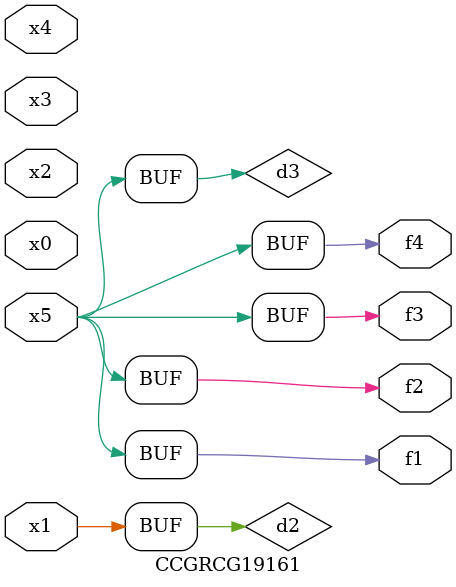
<source format=v>
module CCGRCG19161(
	input x0, x1, x2, x3, x4, x5,
	output f1, f2, f3, f4
);

	wire d1, d2, d3;

	not (d1, x5);
	or (d2, x1);
	xnor (d3, d1);
	assign f1 = d3;
	assign f2 = d3;
	assign f3 = d3;
	assign f4 = d3;
endmodule

</source>
